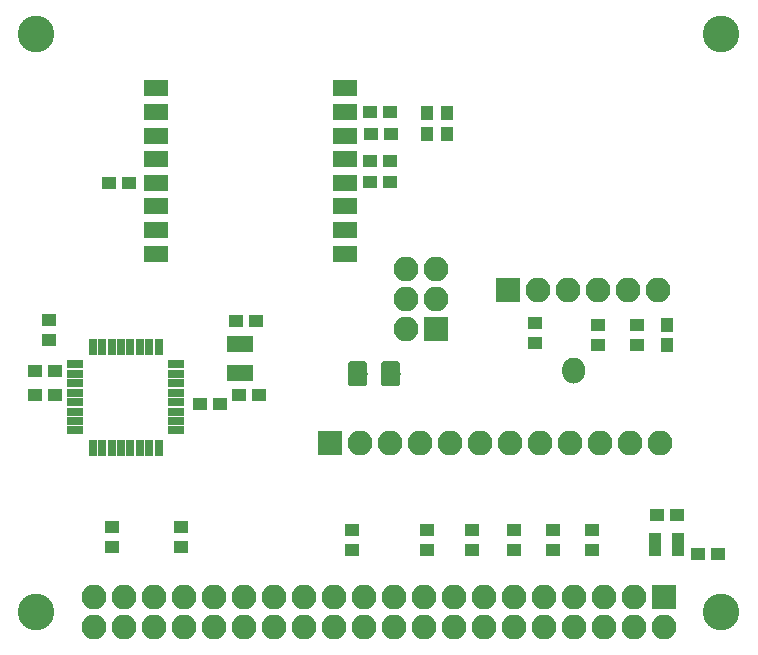
<source format=gbr>
G04 #@! TF.GenerationSoftware,KiCad,Pcbnew,5.0.0*
G04 #@! TF.CreationDate,2019-05-31T14:30:27+01:00*
G04 #@! TF.ProjectId,RRAT,525241542E6B696361645F7063620000,rev?*
G04 #@! TF.SameCoordinates,Original*
G04 #@! TF.FileFunction,Soldermask,Top*
G04 #@! TF.FilePolarity,Negative*
%FSLAX46Y46*%
G04 Gerber Fmt 4.6, Leading zero omitted, Abs format (unit mm)*
G04 Created by KiCad (PCBNEW 5.0.0) date Fri May 31 14:30:27 2019*
%MOMM*%
%LPD*%
G01*
G04 APERTURE LIST*
%ADD10C,0.150000*%
%ADD11C,0.100000*%
%ADD12C,1.650000*%
%ADD13C,3.100000*%
%ADD14R,2.100000X2.100000*%
%ADD15O,2.100000X2.100000*%
%ADD16R,1.371600X0.660400*%
%ADD17R,0.660400X1.371600*%
%ADD18R,2.101600X1.401600*%
%ADD19R,1.201600X1.101600*%
%ADD20R,2.200000X1.400000*%
%ADD21R,1.101600X1.201600*%
%ADD22R,1.050000X0.800000*%
%ADD23C,0.800000*%
G04 APERTURE END LIST*
D10*
G04 #@! TO.C,JP1*
X161925000Y-107315000D02*
X161925000Y-107061000D01*
X160147000Y-107315000D02*
X160147000Y-107061000D01*
X161925000Y-107188000D02*
X160147000Y-107188000D01*
X161353500Y-106299000D02*
X160655000Y-106299000D01*
X160337500Y-106553000D02*
X161734500Y-106553000D01*
X161798000Y-106680000D02*
X160274000Y-106680000D01*
X160210500Y-106807000D02*
X161861500Y-106807000D01*
X161861500Y-106934000D02*
X160210500Y-106934000D01*
X160147000Y-107061000D02*
X161925000Y-107061000D01*
X161925000Y-107061000D02*
G75*
G03X161036000Y-106172000I-889000J0D01*
G01*
X161036000Y-106172000D02*
G75*
G03X160147000Y-107061000I0J-889000D01*
G01*
X160655000Y-108077000D02*
X161417000Y-108077000D01*
X161734500Y-107823000D02*
X160337500Y-107823000D01*
X160274000Y-107696000D02*
X161798000Y-107696000D01*
X161861500Y-107569000D02*
X160210500Y-107569000D01*
X160210500Y-107442000D02*
X161861500Y-107442000D01*
X160147000Y-107315000D02*
X161925000Y-107315000D01*
X161036000Y-108204000D02*
G75*
G03X161925000Y-107315000I0J889000D01*
G01*
X160147000Y-107315000D02*
G75*
G03X161036000Y-108204000I889000J0D01*
G01*
G04 #@! TD*
D11*
G04 #@! TO.C,C6*
G36*
X146069346Y-106368589D02*
X146101380Y-106373341D01*
X146132794Y-106381210D01*
X146163286Y-106392120D01*
X146192561Y-106405966D01*
X146220338Y-106422615D01*
X146246350Y-106441907D01*
X146270345Y-106463655D01*
X146292093Y-106487650D01*
X146311385Y-106513662D01*
X146328034Y-106541439D01*
X146341880Y-106570714D01*
X146352790Y-106601206D01*
X146360659Y-106632620D01*
X146365411Y-106664654D01*
X146367000Y-106697000D01*
X146367000Y-108187000D01*
X146365411Y-108219346D01*
X146360659Y-108251380D01*
X146352790Y-108282794D01*
X146341880Y-108313286D01*
X146328034Y-108342561D01*
X146311385Y-108370338D01*
X146292093Y-108396350D01*
X146270345Y-108420345D01*
X146246350Y-108442093D01*
X146220338Y-108461385D01*
X146192561Y-108478034D01*
X146163286Y-108491880D01*
X146132794Y-108502790D01*
X146101380Y-108510659D01*
X146069346Y-108515411D01*
X146037000Y-108517000D01*
X145047000Y-108517000D01*
X145014654Y-108515411D01*
X144982620Y-108510659D01*
X144951206Y-108502790D01*
X144920714Y-108491880D01*
X144891439Y-108478034D01*
X144863662Y-108461385D01*
X144837650Y-108442093D01*
X144813655Y-108420345D01*
X144791907Y-108396350D01*
X144772615Y-108370338D01*
X144755966Y-108342561D01*
X144742120Y-108313286D01*
X144731210Y-108282794D01*
X144723341Y-108251380D01*
X144718589Y-108219346D01*
X144717000Y-108187000D01*
X144717000Y-106697000D01*
X144718589Y-106664654D01*
X144723341Y-106632620D01*
X144731210Y-106601206D01*
X144742120Y-106570714D01*
X144755966Y-106541439D01*
X144772615Y-106513662D01*
X144791907Y-106487650D01*
X144813655Y-106463655D01*
X144837650Y-106441907D01*
X144863662Y-106422615D01*
X144891439Y-106405966D01*
X144920714Y-106392120D01*
X144951206Y-106381210D01*
X144982620Y-106373341D01*
X145014654Y-106368589D01*
X145047000Y-106367000D01*
X146037000Y-106367000D01*
X146069346Y-106368589D01*
X146069346Y-106368589D01*
G37*
D12*
X145542000Y-107442000D03*
D11*
G36*
X143269346Y-106368589D02*
X143301380Y-106373341D01*
X143332794Y-106381210D01*
X143363286Y-106392120D01*
X143392561Y-106405966D01*
X143420338Y-106422615D01*
X143446350Y-106441907D01*
X143470345Y-106463655D01*
X143492093Y-106487650D01*
X143511385Y-106513662D01*
X143528034Y-106541439D01*
X143541880Y-106570714D01*
X143552790Y-106601206D01*
X143560659Y-106632620D01*
X143565411Y-106664654D01*
X143567000Y-106697000D01*
X143567000Y-108187000D01*
X143565411Y-108219346D01*
X143560659Y-108251380D01*
X143552790Y-108282794D01*
X143541880Y-108313286D01*
X143528034Y-108342561D01*
X143511385Y-108370338D01*
X143492093Y-108396350D01*
X143470345Y-108420345D01*
X143446350Y-108442093D01*
X143420338Y-108461385D01*
X143392561Y-108478034D01*
X143363286Y-108491880D01*
X143332794Y-108502790D01*
X143301380Y-108510659D01*
X143269346Y-108515411D01*
X143237000Y-108517000D01*
X142247000Y-108517000D01*
X142214654Y-108515411D01*
X142182620Y-108510659D01*
X142151206Y-108502790D01*
X142120714Y-108491880D01*
X142091439Y-108478034D01*
X142063662Y-108461385D01*
X142037650Y-108442093D01*
X142013655Y-108420345D01*
X141991907Y-108396350D01*
X141972615Y-108370338D01*
X141955966Y-108342561D01*
X141942120Y-108313286D01*
X141931210Y-108282794D01*
X141923341Y-108251380D01*
X141918589Y-108219346D01*
X141917000Y-108187000D01*
X141917000Y-106697000D01*
X141918589Y-106664654D01*
X141923341Y-106632620D01*
X141931210Y-106601206D01*
X141942120Y-106570714D01*
X141955966Y-106541439D01*
X141972615Y-106513662D01*
X141991907Y-106487650D01*
X142013655Y-106463655D01*
X142037650Y-106441907D01*
X142063662Y-106422615D01*
X142091439Y-106405966D01*
X142120714Y-106392120D01*
X142151206Y-106381210D01*
X142182620Y-106373341D01*
X142214654Y-106368589D01*
X142247000Y-106367000D01*
X143237000Y-106367000D01*
X143269346Y-106368589D01*
X143269346Y-106368589D01*
G37*
D12*
X142742000Y-107442000D03*
G04 #@! TD*
D13*
G04 #@! TO.C,REF\002A\002A*
X173550000Y-78650000D03*
G04 #@! TD*
G04 #@! TO.C,REF\002A\002A*
X115550000Y-78650000D03*
G04 #@! TD*
G04 #@! TO.C,REF\002A\002A*
X173550000Y-127650000D03*
G04 #@! TD*
G04 #@! TO.C,REF\002A\002A*
X115550000Y-127650000D03*
G04 #@! TD*
D14*
G04 #@! TO.C,J3*
X168680000Y-126355000D03*
D15*
X168680000Y-128895000D03*
X166140000Y-126355000D03*
X166140000Y-128895000D03*
X163600000Y-126355000D03*
X163600000Y-128895000D03*
X161060000Y-126355000D03*
X161060000Y-128895000D03*
X158520000Y-126355000D03*
X158520000Y-128895000D03*
X155980000Y-126355000D03*
X155980000Y-128895000D03*
X153440000Y-126355000D03*
X153440000Y-128895000D03*
X150900000Y-126355000D03*
X150900000Y-128895000D03*
X148360000Y-126355000D03*
X148360000Y-128895000D03*
X145820000Y-126355000D03*
X145820000Y-128895000D03*
X143280000Y-126355000D03*
X143280000Y-128895000D03*
X140740000Y-126355000D03*
X140740000Y-128895000D03*
X138200000Y-126355000D03*
X138200000Y-128895000D03*
X135660000Y-126355000D03*
X135660000Y-128895000D03*
X133120000Y-126355000D03*
X133120000Y-128895000D03*
X130580000Y-126355000D03*
X130580000Y-128895000D03*
X128040000Y-126355000D03*
X128040000Y-128895000D03*
X125500000Y-126355000D03*
X125500000Y-128895000D03*
X122960000Y-126355000D03*
X122960000Y-128895000D03*
X120420000Y-126355000D03*
X120420000Y-128895000D03*
G04 #@! TD*
D16*
G04 #@! TO.C,IC1*
X127407598Y-112256534D03*
X127407598Y-111456534D03*
X127407598Y-110656534D03*
X127407598Y-109856534D03*
X127407598Y-109056534D03*
X127407598Y-108256534D03*
X127407598Y-107456534D03*
X127407598Y-106656534D03*
D17*
X125914998Y-105163934D03*
X125114998Y-105163934D03*
X124314998Y-105163934D03*
X123514998Y-105163934D03*
X122714998Y-105163934D03*
X121914998Y-105163934D03*
X121114998Y-105163934D03*
X120314998Y-105163934D03*
D16*
X118822398Y-106656534D03*
X118822398Y-107456534D03*
X118822398Y-108256534D03*
X118822398Y-109056534D03*
X118822398Y-109856534D03*
X118822398Y-110656534D03*
X118822398Y-111456534D03*
X118822398Y-112256534D03*
D17*
X120314998Y-113749134D03*
X121114998Y-113749134D03*
X121914998Y-113749134D03*
X122714998Y-113749134D03*
X123514998Y-113749134D03*
X124314998Y-113749134D03*
X125114998Y-113749134D03*
X125914998Y-113749134D03*
G04 #@! TD*
D18*
G04 #@! TO.C,U1*
X125692398Y-83286434D03*
X125692398Y-85286434D03*
X125692398Y-87286434D03*
X125692398Y-89286434D03*
X125692398Y-91286434D03*
X125692398Y-93286434D03*
X125692398Y-95286434D03*
X125692398Y-97286434D03*
X141692398Y-97286434D03*
X141692398Y-95286434D03*
X141692398Y-93286434D03*
X141692398Y-91286434D03*
X141692398Y-89286434D03*
X141692398Y-87286434D03*
X141692398Y-85286434D03*
X141692398Y-83286434D03*
G04 #@! TD*
D19*
G04 #@! TO.C,C4*
X115394000Y-109220000D03*
X117094000Y-109220000D03*
G04 #@! TD*
G04 #@! TO.C,C2*
X131064000Y-109982000D03*
X129364000Y-109982000D03*
G04 #@! TD*
G04 #@! TO.C,C3*
X117094000Y-107188000D03*
X115394000Y-107188000D03*
G04 #@! TD*
G04 #@! TO.C,C5*
X123371998Y-91262734D03*
X121671998Y-91262734D03*
G04 #@! TD*
D20*
G04 #@! TO.C,Q1*
X132829318Y-107432694D03*
X132829318Y-104932694D03*
G04 #@! TD*
D14*
G04 #@! TO.C,J1*
X155448000Y-100330000D03*
D15*
X157988000Y-100330000D03*
X160528000Y-100330000D03*
X163068000Y-100330000D03*
X165608000Y-100330000D03*
X168148000Y-100330000D03*
G04 #@! TD*
D14*
G04 #@! TO.C,J4*
X140448798Y-113349634D03*
D15*
X142988798Y-113349634D03*
X145528798Y-113349634D03*
X148068798Y-113349634D03*
X150608798Y-113349634D03*
X153148798Y-113349634D03*
X155688798Y-113349634D03*
X158228798Y-113349634D03*
X160768798Y-113349634D03*
X163308798Y-113349634D03*
X165848798Y-113349634D03*
X168388798Y-113349634D03*
G04 #@! TD*
D14*
G04 #@! TO.C,J2*
X149352000Y-103632000D03*
D15*
X146812000Y-103632000D03*
X149352000Y-101092000D03*
X146812000Y-101092000D03*
X149352000Y-98552000D03*
X146812000Y-98552000D03*
G04 #@! TD*
D21*
G04 #@! TO.C,R4*
X150290000Y-87122000D03*
X148590000Y-87122000D03*
G04 #@! TD*
D19*
G04 #@! TO.C,R5*
X162560000Y-120650000D03*
X162560000Y-122350000D03*
G04 #@! TD*
D22*
G04 #@! TO.C,U2*
X167960000Y-121270000D03*
X167960000Y-122570000D03*
X169860000Y-121920000D03*
X167960000Y-121920000D03*
X169860000Y-122570000D03*
X169860000Y-121270000D03*
G04 #@! TD*
D19*
G04 #@! TO.C,R15*
X148590000Y-120650000D03*
X148590000Y-122350000D03*
G04 #@! TD*
D21*
G04 #@! TO.C,C1*
X168910000Y-104990000D03*
X168910000Y-103290000D03*
G04 #@! TD*
D19*
G04 #@! TO.C,C7*
X145464000Y-89408000D03*
X143764000Y-89408000D03*
G04 #@! TD*
G04 #@! TO.C,C8*
X143764000Y-91186000D03*
X145464000Y-91186000D03*
G04 #@! TD*
G04 #@! TO.C,C9*
X143842000Y-87122000D03*
X145542000Y-87122000D03*
G04 #@! TD*
G04 #@! TO.C,C10*
X145464000Y-85324214D03*
X143764000Y-85324214D03*
G04 #@! TD*
G04 #@! TO.C,R1*
X166370000Y-104990000D03*
X166370000Y-103290000D03*
G04 #@! TD*
G04 #@! TO.C,R2*
X163068000Y-103290000D03*
X163068000Y-104990000D03*
G04 #@! TD*
G04 #@! TO.C,C11*
X132412000Y-102997000D03*
X134112000Y-102997000D03*
G04 #@! TD*
G04 #@! TO.C,C12*
X134415000Y-109220000D03*
X132715000Y-109220000D03*
G04 #@! TD*
D21*
G04 #@! TO.C,R9*
X148590000Y-85344000D03*
X150290000Y-85344000D03*
G04 #@! TD*
D19*
G04 #@! TO.C,R10*
X155956000Y-120650000D03*
X155956000Y-122350000D03*
G04 #@! TD*
G04 #@! TO.C,R12*
X159258000Y-120650000D03*
X159258000Y-122350000D03*
G04 #@! TD*
G04 #@! TO.C,R13*
X152400000Y-120650000D03*
X152400000Y-122350000D03*
G04 #@! TD*
G04 #@! TO.C,R14*
X142240000Y-122350000D03*
X142240000Y-120650000D03*
G04 #@! TD*
G04 #@! TO.C,R16*
X127762000Y-122096000D03*
X127762000Y-120396000D03*
G04 #@! TD*
G04 #@! TO.C,R17*
X121920000Y-122096000D03*
X121920000Y-120396000D03*
G04 #@! TD*
G04 #@! TO.C,R18*
X116586000Y-104570000D03*
X116586000Y-102870000D03*
G04 #@! TD*
D23*
G04 #@! TO.C,JP1*
X161036000Y-107688000D03*
D11*
G36*
X160367954Y-107288000D02*
X161704046Y-107288000D01*
X161570712Y-108088000D01*
X160501288Y-108088000D01*
X160367954Y-107288000D01*
X160367954Y-107288000D01*
G37*
D23*
X161036000Y-106688000D03*
D11*
G36*
X161704046Y-107088000D02*
X160367954Y-107088000D01*
X160501288Y-106288000D01*
X161570712Y-106288000D01*
X161704046Y-107088000D01*
X161704046Y-107088000D01*
G37*
G04 #@! TD*
D19*
G04 #@! TO.C,R3*
X157734000Y-104824000D03*
X157734000Y-103124000D03*
G04 #@! TD*
G04 #@! TO.C,C13*
X169760000Y-119380000D03*
X168060000Y-119380000D03*
G04 #@! TD*
G04 #@! TO.C,C14*
X171528000Y-122682000D03*
X173228000Y-122682000D03*
G04 #@! TD*
M02*

</source>
